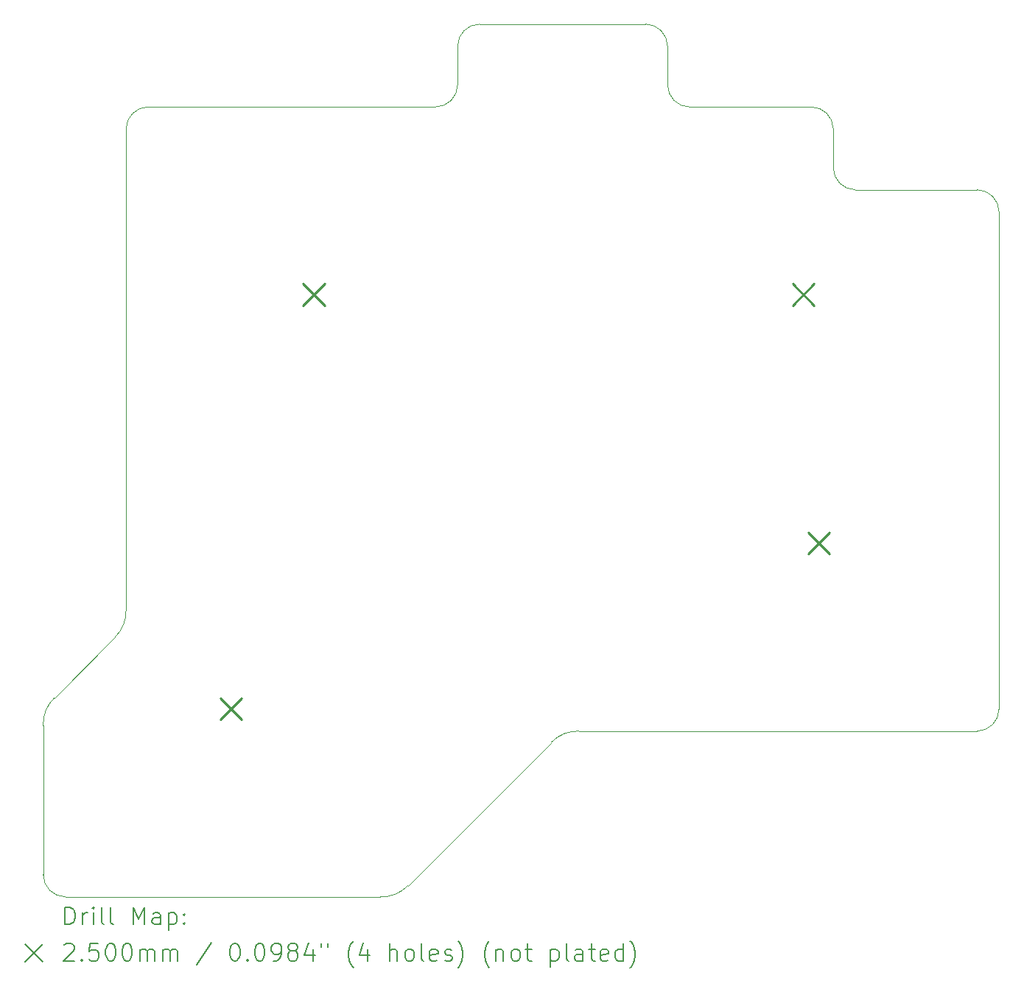
<source format=gbr>
%TF.GenerationSoftware,KiCad,Pcbnew,(6.0.7-1)-1*%
%TF.CreationDate,2022-08-07T12:30:06+08:00*%
%TF.ProjectId,Plate,506c6174-652e-46b6-9963-61645f706362,3*%
%TF.SameCoordinates,PX4955318PY48ab840*%
%TF.FileFunction,Drillmap*%
%TF.FilePolarity,Positive*%
%FSLAX45Y45*%
G04 Gerber Fmt 4.5, Leading zero omitted, Abs format (unit mm)*
G04 Created by KiCad (PCBNEW (6.0.7-1)-1) date 2022-08-07 12:30:06*
%MOMM*%
%LPD*%
G01*
G04 APERTURE LIST*
%ADD10C,0.120000*%
%ADD11C,0.200000*%
%ADD12C,0.250000*%
G04 APERTURE END LIST*
D10*
X5969000Y1905000D02*
X5969000Y1460500D01*
X3048000Y-5016499D02*
G75*
G03*
X2730500Y-5143500I-17120J-417572D01*
G01*
X4064000Y2857500D02*
G75*
G03*
X3810000Y3111500I-254000J0D01*
G01*
X1651000Y2857500D02*
X1651000Y2413000D01*
X4318000Y2159000D02*
X5715000Y2159000D01*
X7874000Y-4762500D02*
X7874000Y952500D01*
X1397000Y2159000D02*
G75*
G03*
X1651000Y2413000I0J254000D01*
G01*
X4064000Y2857500D02*
X4064000Y2413000D01*
X-2286000Y-3937000D02*
G75*
G03*
X-2159000Y-3619500I-290542J300367D01*
G01*
X-2286000Y-3937000D02*
X-2984500Y-4635500D01*
X1905000Y3111500D02*
G75*
G03*
X1651000Y2857500I0J-254000D01*
G01*
X7620000Y-5016500D02*
G75*
G03*
X7874000Y-4762500I0J254000D01*
G01*
X7874000Y952500D02*
G75*
G03*
X7620000Y1206500I-254000J0D01*
G01*
X-1905000Y2159000D02*
G75*
G03*
X-2159000Y1905000I0J-254000D01*
G01*
X3556000Y3111500D02*
X3810000Y3111500D01*
X-1905000Y2159000D02*
X1397000Y2159000D01*
X7620000Y-5016500D02*
X3048000Y-5016500D01*
X5969000Y1460500D02*
G75*
G03*
X6223000Y1206500I254000J0D01*
G01*
X-3111500Y-6667500D02*
G75*
G03*
X-2857500Y-6921500I254000J0D01*
G01*
X-3111500Y-6667500D02*
X-3111500Y-4953000D01*
X6223000Y1206500D02*
X7620000Y1206500D01*
X762000Y-6921501D02*
G75*
G03*
X1079500Y-6794500I17120J417572D01*
G01*
X3556000Y3111500D02*
X1905000Y3111500D01*
X762000Y-6921500D02*
X-2857500Y-6921500D01*
X5969000Y1905000D02*
G75*
G03*
X5715000Y2159000I-254000J0D01*
G01*
X4064000Y2413000D02*
G75*
G03*
X4318000Y2159000I254000J0D01*
G01*
X1079500Y-6794500D02*
X2730500Y-5143500D01*
X-2984500Y-4635500D02*
G75*
G03*
X-3111500Y-4953000I290542J-300367D01*
G01*
X-2159000Y1905000D02*
X-2159000Y-3619500D01*
D11*
D12*
X-1077500Y-4637500D02*
X-827500Y-4887500D01*
X-827500Y-4637500D02*
X-1077500Y-4887500D01*
X-125000Y125000D02*
X125000Y-125000D01*
X125000Y125000D02*
X-125000Y-125000D01*
X5501100Y125000D02*
X5751100Y-125000D01*
X5751100Y125000D02*
X5501100Y-125000D01*
X5678900Y-2732500D02*
X5928900Y-2982500D01*
X5928900Y-2732500D02*
X5678900Y-2982500D01*
D11*
X-2860232Y-7238328D02*
X-2860232Y-7038328D01*
X-2812613Y-7038328D01*
X-2784042Y-7047852D01*
X-2764994Y-7066900D01*
X-2755471Y-7085947D01*
X-2745947Y-7124043D01*
X-2745947Y-7152614D01*
X-2755471Y-7190709D01*
X-2764994Y-7209757D01*
X-2784042Y-7228805D01*
X-2812613Y-7238328D01*
X-2860232Y-7238328D01*
X-2660232Y-7238328D02*
X-2660232Y-7104995D01*
X-2660232Y-7143090D02*
X-2650709Y-7124043D01*
X-2641185Y-7114519D01*
X-2622137Y-7104995D01*
X-2603090Y-7104995D01*
X-2536423Y-7238328D02*
X-2536423Y-7104995D01*
X-2536423Y-7038328D02*
X-2545947Y-7047852D01*
X-2536423Y-7057376D01*
X-2526899Y-7047852D01*
X-2536423Y-7038328D01*
X-2536423Y-7057376D01*
X-2412613Y-7238328D02*
X-2431661Y-7228805D01*
X-2441185Y-7209757D01*
X-2441185Y-7038328D01*
X-2307851Y-7238328D02*
X-2326899Y-7228805D01*
X-2336423Y-7209757D01*
X-2336423Y-7038328D01*
X-2079280Y-7238328D02*
X-2079280Y-7038328D01*
X-2012613Y-7181186D01*
X-1945947Y-7038328D01*
X-1945947Y-7238328D01*
X-1764994Y-7238328D02*
X-1764994Y-7133566D01*
X-1774518Y-7114519D01*
X-1793566Y-7104995D01*
X-1831661Y-7104995D01*
X-1850709Y-7114519D01*
X-1764994Y-7228805D02*
X-1784042Y-7238328D01*
X-1831661Y-7238328D01*
X-1850709Y-7228805D01*
X-1860232Y-7209757D01*
X-1860232Y-7190709D01*
X-1850709Y-7171662D01*
X-1831661Y-7162138D01*
X-1784042Y-7162138D01*
X-1764994Y-7152614D01*
X-1669756Y-7104995D02*
X-1669756Y-7304995D01*
X-1669756Y-7114519D02*
X-1650709Y-7104995D01*
X-1612613Y-7104995D01*
X-1593566Y-7114519D01*
X-1584042Y-7124043D01*
X-1574518Y-7143090D01*
X-1574518Y-7200233D01*
X-1584042Y-7219281D01*
X-1593566Y-7228805D01*
X-1612613Y-7238328D01*
X-1650709Y-7238328D01*
X-1669756Y-7228805D01*
X-1488804Y-7219281D02*
X-1479280Y-7228805D01*
X-1488804Y-7238328D01*
X-1498328Y-7228805D01*
X-1488804Y-7219281D01*
X-1488804Y-7238328D01*
X-1488804Y-7114519D02*
X-1479280Y-7124043D01*
X-1488804Y-7133566D01*
X-1498328Y-7124043D01*
X-1488804Y-7114519D01*
X-1488804Y-7133566D01*
X-3317851Y-7467852D02*
X-3117851Y-7667852D01*
X-3117851Y-7467852D02*
X-3317851Y-7667852D01*
X-2869756Y-7477376D02*
X-2860232Y-7467852D01*
X-2841185Y-7458328D01*
X-2793566Y-7458328D01*
X-2774518Y-7467852D01*
X-2764994Y-7477376D01*
X-2755471Y-7496424D01*
X-2755471Y-7515471D01*
X-2764994Y-7544043D01*
X-2879280Y-7658328D01*
X-2755471Y-7658328D01*
X-2669756Y-7639281D02*
X-2660232Y-7648805D01*
X-2669756Y-7658328D01*
X-2679280Y-7648805D01*
X-2669756Y-7639281D01*
X-2669756Y-7658328D01*
X-2479280Y-7458328D02*
X-2574518Y-7458328D01*
X-2584042Y-7553566D01*
X-2574518Y-7544043D01*
X-2555471Y-7534519D01*
X-2507851Y-7534519D01*
X-2488804Y-7544043D01*
X-2479280Y-7553566D01*
X-2469756Y-7572614D01*
X-2469756Y-7620233D01*
X-2479280Y-7639281D01*
X-2488804Y-7648805D01*
X-2507851Y-7658328D01*
X-2555471Y-7658328D01*
X-2574518Y-7648805D01*
X-2584042Y-7639281D01*
X-2345947Y-7458328D02*
X-2326899Y-7458328D01*
X-2307851Y-7467852D01*
X-2298328Y-7477376D01*
X-2288804Y-7496424D01*
X-2279280Y-7534519D01*
X-2279280Y-7582138D01*
X-2288804Y-7620233D01*
X-2298328Y-7639281D01*
X-2307851Y-7648805D01*
X-2326899Y-7658328D01*
X-2345947Y-7658328D01*
X-2364994Y-7648805D01*
X-2374518Y-7639281D01*
X-2384042Y-7620233D01*
X-2393566Y-7582138D01*
X-2393566Y-7534519D01*
X-2384042Y-7496424D01*
X-2374518Y-7477376D01*
X-2364994Y-7467852D01*
X-2345947Y-7458328D01*
X-2155471Y-7458328D02*
X-2136423Y-7458328D01*
X-2117375Y-7467852D01*
X-2107851Y-7477376D01*
X-2098328Y-7496424D01*
X-2088804Y-7534519D01*
X-2088804Y-7582138D01*
X-2098328Y-7620233D01*
X-2107851Y-7639281D01*
X-2117375Y-7648805D01*
X-2136423Y-7658328D01*
X-2155471Y-7658328D01*
X-2174518Y-7648805D01*
X-2184042Y-7639281D01*
X-2193566Y-7620233D01*
X-2203090Y-7582138D01*
X-2203090Y-7534519D01*
X-2193566Y-7496424D01*
X-2184042Y-7477376D01*
X-2174518Y-7467852D01*
X-2155471Y-7458328D01*
X-2003089Y-7658328D02*
X-2003089Y-7524995D01*
X-2003089Y-7544043D02*
X-1993566Y-7534519D01*
X-1974518Y-7524995D01*
X-1945947Y-7524995D01*
X-1926899Y-7534519D01*
X-1917375Y-7553566D01*
X-1917375Y-7658328D01*
X-1917375Y-7553566D02*
X-1907851Y-7534519D01*
X-1888804Y-7524995D01*
X-1860232Y-7524995D01*
X-1841185Y-7534519D01*
X-1831661Y-7553566D01*
X-1831661Y-7658328D01*
X-1736423Y-7658328D02*
X-1736423Y-7524995D01*
X-1736423Y-7544043D02*
X-1726899Y-7534519D01*
X-1707851Y-7524995D01*
X-1679280Y-7524995D01*
X-1660232Y-7534519D01*
X-1650709Y-7553566D01*
X-1650709Y-7658328D01*
X-1650709Y-7553566D02*
X-1641185Y-7534519D01*
X-1622137Y-7524995D01*
X-1593566Y-7524995D01*
X-1574518Y-7534519D01*
X-1564994Y-7553566D01*
X-1564994Y-7658328D01*
X-1174518Y-7448805D02*
X-1345947Y-7705947D01*
X-917375Y-7458328D02*
X-898328Y-7458328D01*
X-879280Y-7467852D01*
X-869756Y-7477376D01*
X-860232Y-7496424D01*
X-850709Y-7534519D01*
X-850709Y-7582138D01*
X-860232Y-7620233D01*
X-869756Y-7639281D01*
X-879280Y-7648805D01*
X-898328Y-7658328D01*
X-917375Y-7658328D01*
X-936423Y-7648805D01*
X-945947Y-7639281D01*
X-955470Y-7620233D01*
X-964994Y-7582138D01*
X-964994Y-7534519D01*
X-955470Y-7496424D01*
X-945947Y-7477376D01*
X-936423Y-7467852D01*
X-917375Y-7458328D01*
X-764994Y-7639281D02*
X-755470Y-7648805D01*
X-764994Y-7658328D01*
X-774518Y-7648805D01*
X-764994Y-7639281D01*
X-764994Y-7658328D01*
X-631661Y-7458328D02*
X-612613Y-7458328D01*
X-593566Y-7467852D01*
X-584042Y-7477376D01*
X-574518Y-7496424D01*
X-564994Y-7534519D01*
X-564994Y-7582138D01*
X-574518Y-7620233D01*
X-584042Y-7639281D01*
X-593566Y-7648805D01*
X-612613Y-7658328D01*
X-631661Y-7658328D01*
X-650709Y-7648805D01*
X-660232Y-7639281D01*
X-669756Y-7620233D01*
X-679280Y-7582138D01*
X-679280Y-7534519D01*
X-669756Y-7496424D01*
X-660232Y-7477376D01*
X-650709Y-7467852D01*
X-631661Y-7458328D01*
X-469756Y-7658328D02*
X-431661Y-7658328D01*
X-412613Y-7648805D01*
X-403089Y-7639281D01*
X-384042Y-7610709D01*
X-374518Y-7572614D01*
X-374518Y-7496424D01*
X-384042Y-7477376D01*
X-393566Y-7467852D01*
X-412613Y-7458328D01*
X-450709Y-7458328D01*
X-469756Y-7467852D01*
X-479280Y-7477376D01*
X-488804Y-7496424D01*
X-488804Y-7544043D01*
X-479280Y-7563090D01*
X-469756Y-7572614D01*
X-450709Y-7582138D01*
X-412613Y-7582138D01*
X-393566Y-7572614D01*
X-384042Y-7563090D01*
X-374518Y-7544043D01*
X-260232Y-7544043D02*
X-279280Y-7534519D01*
X-288804Y-7524995D01*
X-298328Y-7505947D01*
X-298328Y-7496424D01*
X-288804Y-7477376D01*
X-279280Y-7467852D01*
X-260232Y-7458328D01*
X-222137Y-7458328D01*
X-203089Y-7467852D01*
X-193566Y-7477376D01*
X-184042Y-7496424D01*
X-184042Y-7505947D01*
X-193566Y-7524995D01*
X-203089Y-7534519D01*
X-222137Y-7544043D01*
X-260232Y-7544043D01*
X-279280Y-7553566D01*
X-288804Y-7563090D01*
X-298328Y-7582138D01*
X-298328Y-7620233D01*
X-288804Y-7639281D01*
X-279280Y-7648805D01*
X-260232Y-7658328D01*
X-222137Y-7658328D01*
X-203089Y-7648805D01*
X-193566Y-7639281D01*
X-184042Y-7620233D01*
X-184042Y-7582138D01*
X-193566Y-7563090D01*
X-203089Y-7553566D01*
X-222137Y-7544043D01*
X-12613Y-7524995D02*
X-12613Y-7658328D01*
X-60232Y-7448805D02*
X-107851Y-7591662D01*
X15958Y-7591662D01*
X82625Y-7458328D02*
X82625Y-7496424D01*
X158815Y-7458328D02*
X158815Y-7496424D01*
X454053Y-7734519D02*
X444529Y-7724995D01*
X425482Y-7696424D01*
X415958Y-7677376D01*
X406434Y-7648805D01*
X396910Y-7601186D01*
X396910Y-7563090D01*
X406434Y-7515471D01*
X415958Y-7486900D01*
X425482Y-7467852D01*
X444529Y-7439281D01*
X454053Y-7429757D01*
X615958Y-7524995D02*
X615958Y-7658328D01*
X568339Y-7448805D02*
X520720Y-7591662D01*
X644530Y-7591662D01*
X873101Y-7658328D02*
X873101Y-7458328D01*
X958815Y-7658328D02*
X958815Y-7553566D01*
X949291Y-7534519D01*
X930244Y-7524995D01*
X901672Y-7524995D01*
X882625Y-7534519D01*
X873101Y-7544043D01*
X1082625Y-7658328D02*
X1063577Y-7648805D01*
X1054053Y-7639281D01*
X1044529Y-7620233D01*
X1044529Y-7563090D01*
X1054053Y-7544043D01*
X1063577Y-7534519D01*
X1082625Y-7524995D01*
X1111196Y-7524995D01*
X1130244Y-7534519D01*
X1139768Y-7544043D01*
X1149291Y-7563090D01*
X1149291Y-7620233D01*
X1139768Y-7639281D01*
X1130244Y-7648805D01*
X1111196Y-7658328D01*
X1082625Y-7658328D01*
X1263577Y-7658328D02*
X1244530Y-7648805D01*
X1235006Y-7629757D01*
X1235006Y-7458328D01*
X1415958Y-7648805D02*
X1396911Y-7658328D01*
X1358815Y-7658328D01*
X1339768Y-7648805D01*
X1330244Y-7629757D01*
X1330244Y-7553566D01*
X1339768Y-7534519D01*
X1358815Y-7524995D01*
X1396911Y-7524995D01*
X1415958Y-7534519D01*
X1425482Y-7553566D01*
X1425482Y-7572614D01*
X1330244Y-7591662D01*
X1501672Y-7648805D02*
X1520720Y-7658328D01*
X1558815Y-7658328D01*
X1577863Y-7648805D01*
X1587387Y-7629757D01*
X1587387Y-7620233D01*
X1577863Y-7601186D01*
X1558815Y-7591662D01*
X1530244Y-7591662D01*
X1511196Y-7582138D01*
X1501672Y-7563090D01*
X1501672Y-7553566D01*
X1511196Y-7534519D01*
X1530244Y-7524995D01*
X1558815Y-7524995D01*
X1577863Y-7534519D01*
X1654053Y-7734519D02*
X1663577Y-7724995D01*
X1682625Y-7696424D01*
X1692148Y-7677376D01*
X1701672Y-7648805D01*
X1711196Y-7601186D01*
X1711196Y-7563090D01*
X1701672Y-7515471D01*
X1692148Y-7486900D01*
X1682625Y-7467852D01*
X1663577Y-7439281D01*
X1654053Y-7429757D01*
X2015958Y-7734519D02*
X2006434Y-7724995D01*
X1987387Y-7696424D01*
X1977863Y-7677376D01*
X1968339Y-7648805D01*
X1958815Y-7601186D01*
X1958815Y-7563090D01*
X1968339Y-7515471D01*
X1977863Y-7486900D01*
X1987387Y-7467852D01*
X2006434Y-7439281D01*
X2015958Y-7429757D01*
X2092148Y-7524995D02*
X2092148Y-7658328D01*
X2092148Y-7544043D02*
X2101672Y-7534519D01*
X2120720Y-7524995D01*
X2149291Y-7524995D01*
X2168339Y-7534519D01*
X2177863Y-7553566D01*
X2177863Y-7658328D01*
X2301672Y-7658328D02*
X2282625Y-7648805D01*
X2273101Y-7639281D01*
X2263577Y-7620233D01*
X2263577Y-7563090D01*
X2273101Y-7544043D01*
X2282625Y-7534519D01*
X2301672Y-7524995D01*
X2330244Y-7524995D01*
X2349291Y-7534519D01*
X2358815Y-7544043D01*
X2368339Y-7563090D01*
X2368339Y-7620233D01*
X2358815Y-7639281D01*
X2349291Y-7648805D01*
X2330244Y-7658328D01*
X2301672Y-7658328D01*
X2425482Y-7524995D02*
X2501672Y-7524995D01*
X2454053Y-7458328D02*
X2454053Y-7629757D01*
X2463577Y-7648805D01*
X2482625Y-7658328D01*
X2501672Y-7658328D01*
X2720720Y-7524995D02*
X2720720Y-7724995D01*
X2720720Y-7534519D02*
X2739768Y-7524995D01*
X2777863Y-7524995D01*
X2796910Y-7534519D01*
X2806434Y-7544043D01*
X2815958Y-7563090D01*
X2815958Y-7620233D01*
X2806434Y-7639281D01*
X2796910Y-7648805D01*
X2777863Y-7658328D01*
X2739768Y-7658328D01*
X2720720Y-7648805D01*
X2930244Y-7658328D02*
X2911196Y-7648805D01*
X2901672Y-7629757D01*
X2901672Y-7458328D01*
X3092148Y-7658328D02*
X3092148Y-7553566D01*
X3082625Y-7534519D01*
X3063577Y-7524995D01*
X3025482Y-7524995D01*
X3006434Y-7534519D01*
X3092148Y-7648805D02*
X3073101Y-7658328D01*
X3025482Y-7658328D01*
X3006434Y-7648805D01*
X2996910Y-7629757D01*
X2996910Y-7610709D01*
X3006434Y-7591662D01*
X3025482Y-7582138D01*
X3073101Y-7582138D01*
X3092148Y-7572614D01*
X3158815Y-7524995D02*
X3235006Y-7524995D01*
X3187387Y-7458328D02*
X3187387Y-7629757D01*
X3196910Y-7648805D01*
X3215958Y-7658328D01*
X3235006Y-7658328D01*
X3377863Y-7648805D02*
X3358815Y-7658328D01*
X3320720Y-7658328D01*
X3301672Y-7648805D01*
X3292148Y-7629757D01*
X3292148Y-7553566D01*
X3301672Y-7534519D01*
X3320720Y-7524995D01*
X3358815Y-7524995D01*
X3377863Y-7534519D01*
X3387387Y-7553566D01*
X3387387Y-7572614D01*
X3292148Y-7591662D01*
X3558815Y-7658328D02*
X3558815Y-7458328D01*
X3558815Y-7648805D02*
X3539768Y-7658328D01*
X3501672Y-7658328D01*
X3482625Y-7648805D01*
X3473101Y-7639281D01*
X3463577Y-7620233D01*
X3463577Y-7563090D01*
X3473101Y-7544043D01*
X3482625Y-7534519D01*
X3501672Y-7524995D01*
X3539768Y-7524995D01*
X3558815Y-7534519D01*
X3635006Y-7734519D02*
X3644529Y-7724995D01*
X3663577Y-7696424D01*
X3673101Y-7677376D01*
X3682625Y-7648805D01*
X3692148Y-7601186D01*
X3692148Y-7563090D01*
X3682625Y-7515471D01*
X3673101Y-7486900D01*
X3663577Y-7467852D01*
X3644529Y-7439281D01*
X3635006Y-7429757D01*
M02*

</source>
